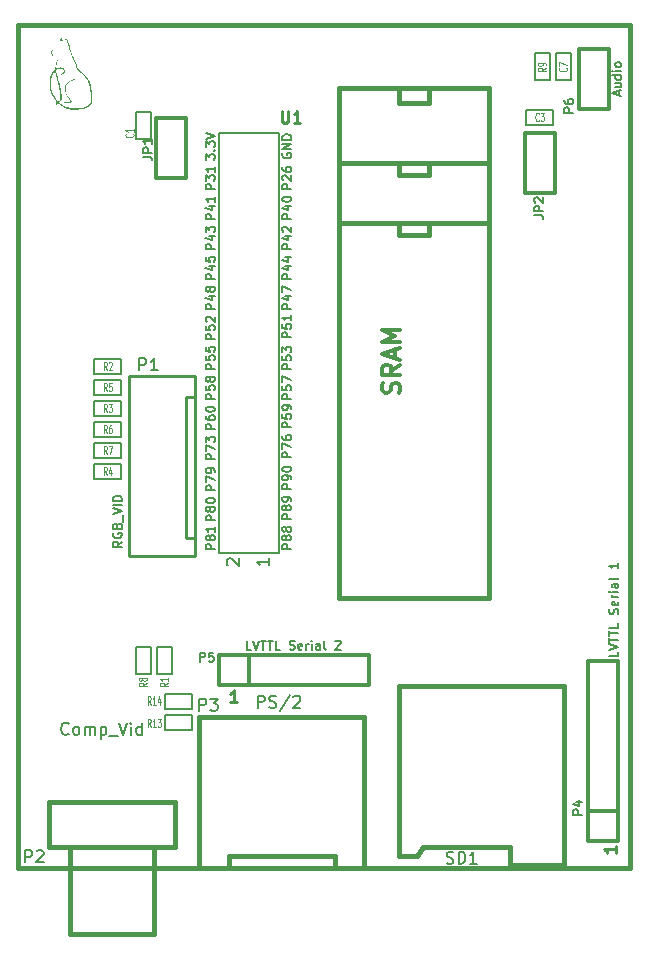
<source format=gto>
G04 (created by PCBNEW (2013-07-07 BZR 4022)-stable) date 11/10/2018 5:54:12 PM*
%MOIN*%
G04 Gerber Fmt 3.4, Leading zero omitted, Abs format*
%FSLAX34Y34*%
G01*
G70*
G90*
G04 APERTURE LIST*
%ADD10C,0.00590551*%
%ADD11C,0.01*%
%ADD12C,0.008*%
%ADD13C,0.0075*%
%ADD14C,0.015*%
%ADD15C,0.005*%
%ADD16C,0.012*%
%ADD17C,0.0001*%
%ADD18C,0.0045*%
G04 APERTURE END LIST*
G54D10*
G54D11*
X52414Y-45986D02*
X52185Y-45986D01*
X52300Y-45986D02*
X52300Y-45586D01*
X52261Y-45644D01*
X52223Y-45682D01*
X52185Y-45701D01*
X65036Y-50760D02*
X65036Y-50989D01*
X65036Y-50874D02*
X64636Y-50874D01*
X64694Y-50913D01*
X64732Y-50951D01*
X64751Y-50989D01*
G54D12*
X52100Y-41414D02*
X52080Y-41395D01*
X52061Y-41357D01*
X52061Y-41261D01*
X52080Y-41223D01*
X52100Y-41204D01*
X52138Y-41185D01*
X52176Y-41185D01*
X52233Y-41204D01*
X52461Y-41433D01*
X52461Y-41185D01*
X53461Y-41185D02*
X53461Y-41414D01*
X53461Y-41299D02*
X53061Y-41299D01*
X53119Y-41338D01*
X53157Y-41376D01*
X53176Y-41414D01*
G54D13*
X51671Y-28864D02*
X51371Y-28864D01*
X51371Y-28750D01*
X51385Y-28721D01*
X51400Y-28707D01*
X51428Y-28692D01*
X51471Y-28692D01*
X51500Y-28707D01*
X51514Y-28721D01*
X51528Y-28750D01*
X51528Y-28864D01*
X51371Y-28592D02*
X51371Y-28407D01*
X51485Y-28507D01*
X51485Y-28464D01*
X51500Y-28435D01*
X51514Y-28421D01*
X51542Y-28407D01*
X51614Y-28407D01*
X51642Y-28421D01*
X51657Y-28435D01*
X51671Y-28464D01*
X51671Y-28550D01*
X51657Y-28578D01*
X51642Y-28592D01*
X51671Y-28121D02*
X51671Y-28292D01*
X51671Y-28207D02*
X51371Y-28207D01*
X51414Y-28235D01*
X51442Y-28264D01*
X51457Y-28292D01*
X51671Y-30864D02*
X51371Y-30864D01*
X51371Y-30750D01*
X51385Y-30721D01*
X51400Y-30707D01*
X51428Y-30692D01*
X51471Y-30692D01*
X51500Y-30707D01*
X51514Y-30721D01*
X51528Y-30750D01*
X51528Y-30864D01*
X51471Y-30435D02*
X51671Y-30435D01*
X51357Y-30507D02*
X51571Y-30578D01*
X51571Y-30392D01*
X51371Y-30307D02*
X51371Y-30121D01*
X51485Y-30221D01*
X51485Y-30178D01*
X51500Y-30150D01*
X51514Y-30135D01*
X51542Y-30121D01*
X51614Y-30121D01*
X51642Y-30135D01*
X51657Y-30150D01*
X51671Y-30178D01*
X51671Y-30264D01*
X51657Y-30292D01*
X51642Y-30307D01*
X51671Y-31864D02*
X51371Y-31864D01*
X51371Y-31750D01*
X51385Y-31721D01*
X51400Y-31707D01*
X51428Y-31692D01*
X51471Y-31692D01*
X51500Y-31707D01*
X51514Y-31721D01*
X51528Y-31750D01*
X51528Y-31864D01*
X51471Y-31435D02*
X51671Y-31435D01*
X51357Y-31507D02*
X51571Y-31578D01*
X51571Y-31392D01*
X51371Y-31135D02*
X51371Y-31278D01*
X51514Y-31292D01*
X51500Y-31278D01*
X51485Y-31250D01*
X51485Y-31178D01*
X51500Y-31150D01*
X51514Y-31135D01*
X51542Y-31121D01*
X51614Y-31121D01*
X51642Y-31135D01*
X51657Y-31150D01*
X51671Y-31178D01*
X51671Y-31250D01*
X51657Y-31278D01*
X51642Y-31292D01*
X51671Y-32864D02*
X51371Y-32864D01*
X51371Y-32750D01*
X51385Y-32721D01*
X51400Y-32707D01*
X51428Y-32692D01*
X51471Y-32692D01*
X51500Y-32707D01*
X51514Y-32721D01*
X51528Y-32750D01*
X51528Y-32864D01*
X51471Y-32435D02*
X51671Y-32435D01*
X51357Y-32507D02*
X51571Y-32578D01*
X51571Y-32392D01*
X51500Y-32235D02*
X51485Y-32264D01*
X51471Y-32278D01*
X51442Y-32292D01*
X51428Y-32292D01*
X51400Y-32278D01*
X51385Y-32264D01*
X51371Y-32235D01*
X51371Y-32178D01*
X51385Y-32150D01*
X51400Y-32135D01*
X51428Y-32121D01*
X51442Y-32121D01*
X51471Y-32135D01*
X51485Y-32150D01*
X51500Y-32178D01*
X51500Y-32235D01*
X51514Y-32264D01*
X51528Y-32278D01*
X51557Y-32292D01*
X51614Y-32292D01*
X51642Y-32278D01*
X51657Y-32264D01*
X51671Y-32235D01*
X51671Y-32178D01*
X51657Y-32150D01*
X51642Y-32135D01*
X51614Y-32121D01*
X51557Y-32121D01*
X51528Y-32135D01*
X51514Y-32150D01*
X51500Y-32178D01*
X51671Y-33864D02*
X51371Y-33864D01*
X51371Y-33750D01*
X51385Y-33721D01*
X51400Y-33707D01*
X51428Y-33692D01*
X51471Y-33692D01*
X51500Y-33707D01*
X51514Y-33721D01*
X51528Y-33750D01*
X51528Y-33864D01*
X51371Y-33421D02*
X51371Y-33564D01*
X51514Y-33578D01*
X51500Y-33564D01*
X51485Y-33535D01*
X51485Y-33464D01*
X51500Y-33435D01*
X51514Y-33421D01*
X51542Y-33407D01*
X51614Y-33407D01*
X51642Y-33421D01*
X51657Y-33435D01*
X51671Y-33464D01*
X51671Y-33535D01*
X51657Y-33564D01*
X51642Y-33578D01*
X51400Y-33292D02*
X51385Y-33278D01*
X51371Y-33250D01*
X51371Y-33178D01*
X51385Y-33150D01*
X51400Y-33135D01*
X51428Y-33121D01*
X51457Y-33121D01*
X51500Y-33135D01*
X51671Y-33307D01*
X51671Y-33121D01*
X51671Y-34864D02*
X51371Y-34864D01*
X51371Y-34750D01*
X51385Y-34721D01*
X51400Y-34707D01*
X51428Y-34692D01*
X51471Y-34692D01*
X51500Y-34707D01*
X51514Y-34721D01*
X51528Y-34750D01*
X51528Y-34864D01*
X51371Y-34421D02*
X51371Y-34564D01*
X51514Y-34578D01*
X51500Y-34564D01*
X51485Y-34535D01*
X51485Y-34464D01*
X51500Y-34435D01*
X51514Y-34421D01*
X51542Y-34407D01*
X51614Y-34407D01*
X51642Y-34421D01*
X51657Y-34435D01*
X51671Y-34464D01*
X51671Y-34535D01*
X51657Y-34564D01*
X51642Y-34578D01*
X51371Y-34135D02*
X51371Y-34278D01*
X51514Y-34292D01*
X51500Y-34278D01*
X51485Y-34250D01*
X51485Y-34178D01*
X51500Y-34150D01*
X51514Y-34135D01*
X51542Y-34121D01*
X51614Y-34121D01*
X51642Y-34135D01*
X51657Y-34150D01*
X51671Y-34178D01*
X51671Y-34250D01*
X51657Y-34278D01*
X51642Y-34292D01*
X51671Y-35864D02*
X51371Y-35864D01*
X51371Y-35750D01*
X51385Y-35721D01*
X51400Y-35707D01*
X51428Y-35692D01*
X51471Y-35692D01*
X51500Y-35707D01*
X51514Y-35721D01*
X51528Y-35750D01*
X51528Y-35864D01*
X51371Y-35421D02*
X51371Y-35564D01*
X51514Y-35578D01*
X51500Y-35564D01*
X51485Y-35535D01*
X51485Y-35464D01*
X51500Y-35435D01*
X51514Y-35421D01*
X51542Y-35407D01*
X51614Y-35407D01*
X51642Y-35421D01*
X51657Y-35435D01*
X51671Y-35464D01*
X51671Y-35535D01*
X51657Y-35564D01*
X51642Y-35578D01*
X51500Y-35235D02*
X51485Y-35264D01*
X51471Y-35278D01*
X51442Y-35292D01*
X51428Y-35292D01*
X51400Y-35278D01*
X51385Y-35264D01*
X51371Y-35235D01*
X51371Y-35178D01*
X51385Y-35150D01*
X51400Y-35135D01*
X51428Y-35121D01*
X51442Y-35121D01*
X51471Y-35135D01*
X51485Y-35150D01*
X51500Y-35178D01*
X51500Y-35235D01*
X51514Y-35264D01*
X51528Y-35278D01*
X51557Y-35292D01*
X51614Y-35292D01*
X51642Y-35278D01*
X51657Y-35264D01*
X51671Y-35235D01*
X51671Y-35178D01*
X51657Y-35150D01*
X51642Y-35135D01*
X51614Y-35121D01*
X51557Y-35121D01*
X51528Y-35135D01*
X51514Y-35150D01*
X51500Y-35178D01*
X51671Y-36864D02*
X51371Y-36864D01*
X51371Y-36750D01*
X51385Y-36721D01*
X51400Y-36707D01*
X51428Y-36692D01*
X51471Y-36692D01*
X51500Y-36707D01*
X51514Y-36721D01*
X51528Y-36750D01*
X51528Y-36864D01*
X51371Y-36435D02*
X51371Y-36492D01*
X51385Y-36521D01*
X51400Y-36535D01*
X51442Y-36564D01*
X51500Y-36578D01*
X51614Y-36578D01*
X51642Y-36564D01*
X51657Y-36550D01*
X51671Y-36521D01*
X51671Y-36464D01*
X51657Y-36435D01*
X51642Y-36421D01*
X51614Y-36407D01*
X51542Y-36407D01*
X51514Y-36421D01*
X51500Y-36435D01*
X51485Y-36464D01*
X51485Y-36521D01*
X51500Y-36550D01*
X51514Y-36564D01*
X51542Y-36578D01*
X51371Y-36221D02*
X51371Y-36192D01*
X51385Y-36164D01*
X51400Y-36150D01*
X51428Y-36135D01*
X51485Y-36121D01*
X51557Y-36121D01*
X51614Y-36135D01*
X51642Y-36150D01*
X51657Y-36164D01*
X51671Y-36192D01*
X51671Y-36221D01*
X51657Y-36250D01*
X51642Y-36264D01*
X51614Y-36278D01*
X51557Y-36292D01*
X51485Y-36292D01*
X51428Y-36278D01*
X51400Y-36264D01*
X51385Y-36250D01*
X51371Y-36221D01*
X51671Y-37864D02*
X51371Y-37864D01*
X51371Y-37750D01*
X51385Y-37721D01*
X51400Y-37707D01*
X51428Y-37692D01*
X51471Y-37692D01*
X51500Y-37707D01*
X51514Y-37721D01*
X51528Y-37750D01*
X51528Y-37864D01*
X51371Y-37592D02*
X51371Y-37392D01*
X51671Y-37521D01*
X51371Y-37307D02*
X51371Y-37121D01*
X51485Y-37221D01*
X51485Y-37178D01*
X51500Y-37150D01*
X51514Y-37135D01*
X51542Y-37121D01*
X51614Y-37121D01*
X51642Y-37135D01*
X51657Y-37150D01*
X51671Y-37178D01*
X51671Y-37264D01*
X51657Y-37292D01*
X51642Y-37307D01*
X51671Y-38914D02*
X51371Y-38914D01*
X51371Y-38800D01*
X51385Y-38771D01*
X51400Y-38757D01*
X51428Y-38742D01*
X51471Y-38742D01*
X51500Y-38757D01*
X51514Y-38771D01*
X51528Y-38800D01*
X51528Y-38914D01*
X51371Y-38642D02*
X51371Y-38442D01*
X51671Y-38571D01*
X51671Y-38314D02*
X51671Y-38257D01*
X51657Y-38228D01*
X51642Y-38214D01*
X51600Y-38185D01*
X51542Y-38171D01*
X51428Y-38171D01*
X51400Y-38185D01*
X51385Y-38200D01*
X51371Y-38228D01*
X51371Y-38285D01*
X51385Y-38314D01*
X51400Y-38328D01*
X51428Y-38342D01*
X51500Y-38342D01*
X51528Y-38328D01*
X51542Y-38314D01*
X51557Y-38285D01*
X51557Y-38228D01*
X51542Y-38200D01*
X51528Y-38185D01*
X51500Y-38171D01*
X51671Y-39914D02*
X51371Y-39914D01*
X51371Y-39800D01*
X51385Y-39771D01*
X51400Y-39757D01*
X51428Y-39742D01*
X51471Y-39742D01*
X51500Y-39757D01*
X51514Y-39771D01*
X51528Y-39800D01*
X51528Y-39914D01*
X51500Y-39571D02*
X51485Y-39600D01*
X51471Y-39614D01*
X51442Y-39628D01*
X51428Y-39628D01*
X51400Y-39614D01*
X51385Y-39600D01*
X51371Y-39571D01*
X51371Y-39514D01*
X51385Y-39485D01*
X51400Y-39471D01*
X51428Y-39457D01*
X51442Y-39457D01*
X51471Y-39471D01*
X51485Y-39485D01*
X51500Y-39514D01*
X51500Y-39571D01*
X51514Y-39600D01*
X51528Y-39614D01*
X51557Y-39628D01*
X51614Y-39628D01*
X51642Y-39614D01*
X51657Y-39600D01*
X51671Y-39571D01*
X51671Y-39514D01*
X51657Y-39485D01*
X51642Y-39471D01*
X51614Y-39457D01*
X51557Y-39457D01*
X51528Y-39471D01*
X51514Y-39485D01*
X51500Y-39514D01*
X51371Y-39271D02*
X51371Y-39242D01*
X51385Y-39214D01*
X51400Y-39200D01*
X51428Y-39185D01*
X51485Y-39171D01*
X51557Y-39171D01*
X51614Y-39185D01*
X51642Y-39200D01*
X51657Y-39214D01*
X51671Y-39242D01*
X51671Y-39271D01*
X51657Y-39300D01*
X51642Y-39314D01*
X51614Y-39328D01*
X51557Y-39342D01*
X51485Y-39342D01*
X51428Y-39328D01*
X51400Y-39314D01*
X51385Y-39300D01*
X51371Y-39271D01*
X51671Y-40864D02*
X51371Y-40864D01*
X51371Y-40750D01*
X51385Y-40721D01*
X51400Y-40707D01*
X51428Y-40692D01*
X51471Y-40692D01*
X51500Y-40707D01*
X51514Y-40721D01*
X51528Y-40750D01*
X51528Y-40864D01*
X51500Y-40521D02*
X51485Y-40550D01*
X51471Y-40564D01*
X51442Y-40578D01*
X51428Y-40578D01*
X51400Y-40564D01*
X51385Y-40550D01*
X51371Y-40521D01*
X51371Y-40464D01*
X51385Y-40435D01*
X51400Y-40421D01*
X51428Y-40407D01*
X51442Y-40407D01*
X51471Y-40421D01*
X51485Y-40435D01*
X51500Y-40464D01*
X51500Y-40521D01*
X51514Y-40550D01*
X51528Y-40564D01*
X51557Y-40578D01*
X51614Y-40578D01*
X51642Y-40564D01*
X51657Y-40550D01*
X51671Y-40521D01*
X51671Y-40464D01*
X51657Y-40435D01*
X51642Y-40421D01*
X51614Y-40407D01*
X51557Y-40407D01*
X51528Y-40421D01*
X51514Y-40435D01*
X51500Y-40464D01*
X51671Y-40121D02*
X51671Y-40292D01*
X51671Y-40207D02*
X51371Y-40207D01*
X51414Y-40235D01*
X51442Y-40264D01*
X51457Y-40292D01*
X54221Y-40864D02*
X53921Y-40864D01*
X53921Y-40750D01*
X53935Y-40721D01*
X53950Y-40707D01*
X53978Y-40692D01*
X54021Y-40692D01*
X54050Y-40707D01*
X54064Y-40721D01*
X54078Y-40750D01*
X54078Y-40864D01*
X54050Y-40521D02*
X54035Y-40550D01*
X54021Y-40564D01*
X53992Y-40578D01*
X53978Y-40578D01*
X53950Y-40564D01*
X53935Y-40550D01*
X53921Y-40521D01*
X53921Y-40464D01*
X53935Y-40435D01*
X53950Y-40421D01*
X53978Y-40407D01*
X53992Y-40407D01*
X54021Y-40421D01*
X54035Y-40435D01*
X54050Y-40464D01*
X54050Y-40521D01*
X54064Y-40550D01*
X54078Y-40564D01*
X54107Y-40578D01*
X54164Y-40578D01*
X54192Y-40564D01*
X54207Y-40550D01*
X54221Y-40521D01*
X54221Y-40464D01*
X54207Y-40435D01*
X54192Y-40421D01*
X54164Y-40407D01*
X54107Y-40407D01*
X54078Y-40421D01*
X54064Y-40435D01*
X54050Y-40464D01*
X54050Y-40235D02*
X54035Y-40264D01*
X54021Y-40278D01*
X53992Y-40292D01*
X53978Y-40292D01*
X53950Y-40278D01*
X53935Y-40264D01*
X53921Y-40235D01*
X53921Y-40178D01*
X53935Y-40150D01*
X53950Y-40135D01*
X53978Y-40121D01*
X53992Y-40121D01*
X54021Y-40135D01*
X54035Y-40150D01*
X54050Y-40178D01*
X54050Y-40235D01*
X54064Y-40264D01*
X54078Y-40278D01*
X54107Y-40292D01*
X54164Y-40292D01*
X54192Y-40278D01*
X54207Y-40264D01*
X54221Y-40235D01*
X54221Y-40178D01*
X54207Y-40150D01*
X54192Y-40135D01*
X54164Y-40121D01*
X54107Y-40121D01*
X54078Y-40135D01*
X54064Y-40150D01*
X54050Y-40178D01*
X54221Y-39864D02*
X53921Y-39864D01*
X53921Y-39750D01*
X53935Y-39721D01*
X53950Y-39707D01*
X53978Y-39692D01*
X54021Y-39692D01*
X54050Y-39707D01*
X54064Y-39721D01*
X54078Y-39750D01*
X54078Y-39864D01*
X54050Y-39521D02*
X54035Y-39550D01*
X54021Y-39564D01*
X53992Y-39578D01*
X53978Y-39578D01*
X53950Y-39564D01*
X53935Y-39550D01*
X53921Y-39521D01*
X53921Y-39464D01*
X53935Y-39435D01*
X53950Y-39421D01*
X53978Y-39407D01*
X53992Y-39407D01*
X54021Y-39421D01*
X54035Y-39435D01*
X54050Y-39464D01*
X54050Y-39521D01*
X54064Y-39550D01*
X54078Y-39564D01*
X54107Y-39578D01*
X54164Y-39578D01*
X54192Y-39564D01*
X54207Y-39550D01*
X54221Y-39521D01*
X54221Y-39464D01*
X54207Y-39435D01*
X54192Y-39421D01*
X54164Y-39407D01*
X54107Y-39407D01*
X54078Y-39421D01*
X54064Y-39435D01*
X54050Y-39464D01*
X54221Y-39264D02*
X54221Y-39207D01*
X54207Y-39178D01*
X54192Y-39164D01*
X54150Y-39135D01*
X54092Y-39121D01*
X53978Y-39121D01*
X53950Y-39135D01*
X53935Y-39150D01*
X53921Y-39178D01*
X53921Y-39235D01*
X53935Y-39264D01*
X53950Y-39278D01*
X53978Y-39292D01*
X54050Y-39292D01*
X54078Y-39278D01*
X54092Y-39264D01*
X54107Y-39235D01*
X54107Y-39178D01*
X54092Y-39150D01*
X54078Y-39135D01*
X54050Y-39121D01*
X54221Y-38864D02*
X53921Y-38864D01*
X53921Y-38750D01*
X53935Y-38721D01*
X53950Y-38707D01*
X53978Y-38692D01*
X54021Y-38692D01*
X54050Y-38707D01*
X54064Y-38721D01*
X54078Y-38750D01*
X54078Y-38864D01*
X54221Y-38550D02*
X54221Y-38492D01*
X54207Y-38464D01*
X54192Y-38450D01*
X54150Y-38421D01*
X54092Y-38407D01*
X53978Y-38407D01*
X53950Y-38421D01*
X53935Y-38435D01*
X53921Y-38464D01*
X53921Y-38521D01*
X53935Y-38550D01*
X53950Y-38564D01*
X53978Y-38578D01*
X54050Y-38578D01*
X54078Y-38564D01*
X54092Y-38550D01*
X54107Y-38521D01*
X54107Y-38464D01*
X54092Y-38435D01*
X54078Y-38421D01*
X54050Y-38407D01*
X53921Y-38221D02*
X53921Y-38192D01*
X53935Y-38164D01*
X53950Y-38150D01*
X53978Y-38135D01*
X54035Y-38121D01*
X54107Y-38121D01*
X54164Y-38135D01*
X54192Y-38150D01*
X54207Y-38164D01*
X54221Y-38192D01*
X54221Y-38221D01*
X54207Y-38250D01*
X54192Y-38264D01*
X54164Y-38278D01*
X54107Y-38292D01*
X54035Y-38292D01*
X53978Y-38278D01*
X53950Y-38264D01*
X53935Y-38250D01*
X53921Y-38221D01*
X54221Y-37814D02*
X53921Y-37814D01*
X53921Y-37700D01*
X53935Y-37671D01*
X53950Y-37657D01*
X53978Y-37642D01*
X54021Y-37642D01*
X54050Y-37657D01*
X54064Y-37671D01*
X54078Y-37700D01*
X54078Y-37814D01*
X53921Y-37542D02*
X53921Y-37342D01*
X54221Y-37471D01*
X53921Y-37100D02*
X53921Y-37157D01*
X53935Y-37185D01*
X53950Y-37200D01*
X53992Y-37228D01*
X54050Y-37242D01*
X54164Y-37242D01*
X54192Y-37228D01*
X54207Y-37214D01*
X54221Y-37185D01*
X54221Y-37128D01*
X54207Y-37100D01*
X54192Y-37085D01*
X54164Y-37071D01*
X54092Y-37071D01*
X54064Y-37085D01*
X54050Y-37100D01*
X54035Y-37128D01*
X54035Y-37185D01*
X54050Y-37214D01*
X54064Y-37228D01*
X54092Y-37242D01*
X54221Y-36814D02*
X53921Y-36814D01*
X53921Y-36700D01*
X53935Y-36671D01*
X53950Y-36657D01*
X53978Y-36642D01*
X54021Y-36642D01*
X54050Y-36657D01*
X54064Y-36671D01*
X54078Y-36700D01*
X54078Y-36814D01*
X53921Y-36371D02*
X53921Y-36514D01*
X54064Y-36528D01*
X54050Y-36514D01*
X54035Y-36485D01*
X54035Y-36414D01*
X54050Y-36385D01*
X54064Y-36371D01*
X54092Y-36357D01*
X54164Y-36357D01*
X54192Y-36371D01*
X54207Y-36385D01*
X54221Y-36414D01*
X54221Y-36485D01*
X54207Y-36514D01*
X54192Y-36528D01*
X54221Y-36214D02*
X54221Y-36157D01*
X54207Y-36128D01*
X54192Y-36114D01*
X54150Y-36085D01*
X54092Y-36071D01*
X53978Y-36071D01*
X53950Y-36085D01*
X53935Y-36100D01*
X53921Y-36128D01*
X53921Y-36185D01*
X53935Y-36214D01*
X53950Y-36228D01*
X53978Y-36242D01*
X54050Y-36242D01*
X54078Y-36228D01*
X54092Y-36214D01*
X54107Y-36185D01*
X54107Y-36128D01*
X54092Y-36100D01*
X54078Y-36085D01*
X54050Y-36071D01*
X54221Y-35864D02*
X53921Y-35864D01*
X53921Y-35750D01*
X53935Y-35721D01*
X53950Y-35707D01*
X53978Y-35692D01*
X54021Y-35692D01*
X54050Y-35707D01*
X54064Y-35721D01*
X54078Y-35750D01*
X54078Y-35864D01*
X53921Y-35421D02*
X53921Y-35564D01*
X54064Y-35578D01*
X54050Y-35564D01*
X54035Y-35535D01*
X54035Y-35464D01*
X54050Y-35435D01*
X54064Y-35421D01*
X54092Y-35407D01*
X54164Y-35407D01*
X54192Y-35421D01*
X54207Y-35435D01*
X54221Y-35464D01*
X54221Y-35535D01*
X54207Y-35564D01*
X54192Y-35578D01*
X53921Y-35307D02*
X53921Y-35107D01*
X54221Y-35235D01*
X54221Y-34864D02*
X53921Y-34864D01*
X53921Y-34750D01*
X53935Y-34721D01*
X53950Y-34707D01*
X53978Y-34692D01*
X54021Y-34692D01*
X54050Y-34707D01*
X54064Y-34721D01*
X54078Y-34750D01*
X54078Y-34864D01*
X53921Y-34421D02*
X53921Y-34564D01*
X54064Y-34578D01*
X54050Y-34564D01*
X54035Y-34535D01*
X54035Y-34464D01*
X54050Y-34435D01*
X54064Y-34421D01*
X54092Y-34407D01*
X54164Y-34407D01*
X54192Y-34421D01*
X54207Y-34435D01*
X54221Y-34464D01*
X54221Y-34535D01*
X54207Y-34564D01*
X54192Y-34578D01*
X53921Y-34307D02*
X53921Y-34121D01*
X54035Y-34221D01*
X54035Y-34178D01*
X54050Y-34150D01*
X54064Y-34135D01*
X54092Y-34121D01*
X54164Y-34121D01*
X54192Y-34135D01*
X54207Y-34150D01*
X54221Y-34178D01*
X54221Y-34264D01*
X54207Y-34292D01*
X54192Y-34307D01*
X54221Y-33814D02*
X53921Y-33814D01*
X53921Y-33700D01*
X53935Y-33671D01*
X53950Y-33657D01*
X53978Y-33642D01*
X54021Y-33642D01*
X54050Y-33657D01*
X54064Y-33671D01*
X54078Y-33700D01*
X54078Y-33814D01*
X53921Y-33371D02*
X53921Y-33514D01*
X54064Y-33528D01*
X54050Y-33514D01*
X54035Y-33485D01*
X54035Y-33414D01*
X54050Y-33385D01*
X54064Y-33371D01*
X54092Y-33357D01*
X54164Y-33357D01*
X54192Y-33371D01*
X54207Y-33385D01*
X54221Y-33414D01*
X54221Y-33485D01*
X54207Y-33514D01*
X54192Y-33528D01*
X54221Y-33071D02*
X54221Y-33242D01*
X54221Y-33157D02*
X53921Y-33157D01*
X53964Y-33185D01*
X53992Y-33214D01*
X54007Y-33242D01*
X54221Y-32864D02*
X53921Y-32864D01*
X53921Y-32750D01*
X53935Y-32721D01*
X53950Y-32707D01*
X53978Y-32692D01*
X54021Y-32692D01*
X54050Y-32707D01*
X54064Y-32721D01*
X54078Y-32750D01*
X54078Y-32864D01*
X54021Y-32435D02*
X54221Y-32435D01*
X53907Y-32507D02*
X54121Y-32578D01*
X54121Y-32392D01*
X53921Y-32307D02*
X53921Y-32107D01*
X54221Y-32235D01*
X54221Y-31864D02*
X53921Y-31864D01*
X53921Y-31750D01*
X53935Y-31721D01*
X53950Y-31707D01*
X53978Y-31692D01*
X54021Y-31692D01*
X54050Y-31707D01*
X54064Y-31721D01*
X54078Y-31750D01*
X54078Y-31864D01*
X54021Y-31435D02*
X54221Y-31435D01*
X53907Y-31507D02*
X54121Y-31578D01*
X54121Y-31392D01*
X54021Y-31150D02*
X54221Y-31150D01*
X53907Y-31221D02*
X54121Y-31292D01*
X54121Y-31107D01*
X54221Y-30864D02*
X53921Y-30864D01*
X53921Y-30750D01*
X53935Y-30721D01*
X53950Y-30707D01*
X53978Y-30692D01*
X54021Y-30692D01*
X54050Y-30707D01*
X54064Y-30721D01*
X54078Y-30750D01*
X54078Y-30864D01*
X54021Y-30435D02*
X54221Y-30435D01*
X53907Y-30507D02*
X54121Y-30578D01*
X54121Y-30392D01*
X53950Y-30292D02*
X53935Y-30278D01*
X53921Y-30250D01*
X53921Y-30178D01*
X53935Y-30150D01*
X53950Y-30135D01*
X53978Y-30121D01*
X54007Y-30121D01*
X54050Y-30135D01*
X54221Y-30307D01*
X54221Y-30121D01*
X51371Y-27892D02*
X51371Y-27707D01*
X51485Y-27807D01*
X51485Y-27764D01*
X51500Y-27735D01*
X51514Y-27721D01*
X51542Y-27707D01*
X51614Y-27707D01*
X51642Y-27721D01*
X51657Y-27735D01*
X51671Y-27764D01*
X51671Y-27850D01*
X51657Y-27878D01*
X51642Y-27892D01*
X51642Y-27578D02*
X51657Y-27564D01*
X51671Y-27578D01*
X51657Y-27592D01*
X51642Y-27578D01*
X51671Y-27578D01*
X51371Y-27464D02*
X51371Y-27278D01*
X51485Y-27378D01*
X51485Y-27335D01*
X51500Y-27307D01*
X51514Y-27292D01*
X51542Y-27278D01*
X51614Y-27278D01*
X51642Y-27292D01*
X51657Y-27307D01*
X51671Y-27335D01*
X51671Y-27421D01*
X51657Y-27450D01*
X51642Y-27464D01*
X51371Y-27192D02*
X51671Y-27092D01*
X51371Y-26992D01*
X53935Y-27678D02*
X53921Y-27707D01*
X53921Y-27750D01*
X53935Y-27792D01*
X53964Y-27821D01*
X53992Y-27835D01*
X54050Y-27850D01*
X54092Y-27850D01*
X54150Y-27835D01*
X54178Y-27821D01*
X54207Y-27792D01*
X54221Y-27750D01*
X54221Y-27721D01*
X54207Y-27678D01*
X54192Y-27664D01*
X54092Y-27664D01*
X54092Y-27721D01*
X54221Y-27535D02*
X53921Y-27535D01*
X54221Y-27364D01*
X53921Y-27364D01*
X54221Y-27221D02*
X53921Y-27221D01*
X53921Y-27150D01*
X53935Y-27107D01*
X53964Y-27078D01*
X53992Y-27064D01*
X54050Y-27050D01*
X54092Y-27050D01*
X54150Y-27064D01*
X54178Y-27078D01*
X54207Y-27107D01*
X54221Y-27150D01*
X54221Y-27221D01*
X54221Y-28864D02*
X53921Y-28864D01*
X53921Y-28750D01*
X53935Y-28721D01*
X53950Y-28707D01*
X53978Y-28692D01*
X54021Y-28692D01*
X54050Y-28707D01*
X54064Y-28721D01*
X54078Y-28750D01*
X54078Y-28864D01*
X53950Y-28578D02*
X53935Y-28564D01*
X53921Y-28535D01*
X53921Y-28464D01*
X53935Y-28435D01*
X53950Y-28421D01*
X53978Y-28407D01*
X54007Y-28407D01*
X54050Y-28421D01*
X54221Y-28592D01*
X54221Y-28407D01*
X53921Y-28150D02*
X53921Y-28207D01*
X53935Y-28235D01*
X53950Y-28250D01*
X53992Y-28278D01*
X54050Y-28292D01*
X54164Y-28292D01*
X54192Y-28278D01*
X54207Y-28264D01*
X54221Y-28235D01*
X54221Y-28178D01*
X54207Y-28150D01*
X54192Y-28135D01*
X54164Y-28121D01*
X54092Y-28121D01*
X54064Y-28135D01*
X54050Y-28150D01*
X54035Y-28178D01*
X54035Y-28235D01*
X54050Y-28264D01*
X54064Y-28278D01*
X54092Y-28292D01*
X54221Y-29864D02*
X53921Y-29864D01*
X53921Y-29750D01*
X53935Y-29721D01*
X53950Y-29707D01*
X53978Y-29692D01*
X54021Y-29692D01*
X54050Y-29707D01*
X54064Y-29721D01*
X54078Y-29750D01*
X54078Y-29864D01*
X54021Y-29435D02*
X54221Y-29435D01*
X53907Y-29507D02*
X54121Y-29578D01*
X54121Y-29392D01*
X53921Y-29221D02*
X53921Y-29192D01*
X53935Y-29164D01*
X53950Y-29150D01*
X53978Y-29135D01*
X54035Y-29121D01*
X54107Y-29121D01*
X54164Y-29135D01*
X54192Y-29150D01*
X54207Y-29164D01*
X54221Y-29192D01*
X54221Y-29221D01*
X54207Y-29250D01*
X54192Y-29264D01*
X54164Y-29278D01*
X54107Y-29292D01*
X54035Y-29292D01*
X53978Y-29278D01*
X53950Y-29264D01*
X53935Y-29250D01*
X53921Y-29221D01*
X51671Y-29864D02*
X51371Y-29864D01*
X51371Y-29750D01*
X51385Y-29721D01*
X51400Y-29707D01*
X51428Y-29692D01*
X51471Y-29692D01*
X51500Y-29707D01*
X51514Y-29721D01*
X51528Y-29750D01*
X51528Y-29864D01*
X51471Y-29435D02*
X51671Y-29435D01*
X51357Y-29507D02*
X51571Y-29578D01*
X51571Y-29392D01*
X51671Y-29121D02*
X51671Y-29292D01*
X51671Y-29207D02*
X51371Y-29207D01*
X51414Y-29235D01*
X51442Y-29264D01*
X51457Y-29292D01*
G54D14*
X58800Y-28400D02*
X58800Y-28000D01*
X57800Y-28400D02*
X58800Y-28400D01*
X57800Y-28300D02*
X57800Y-28400D01*
X57800Y-28000D02*
X57800Y-28300D01*
X60800Y-28000D02*
X55800Y-28000D01*
X58800Y-30400D02*
X58800Y-30000D01*
X57800Y-30400D02*
X58800Y-30400D01*
X57800Y-30000D02*
X57800Y-30400D01*
X60800Y-30000D02*
X55800Y-30000D01*
X45100Y-51500D02*
X45100Y-23400D01*
X65500Y-51500D02*
X45100Y-51500D01*
X65500Y-23400D02*
X65500Y-51500D01*
X45100Y-23400D02*
X65500Y-23400D01*
X49650Y-50800D02*
X49650Y-53700D01*
X46850Y-50800D02*
X46850Y-53700D01*
X50350Y-50800D02*
X46150Y-50800D01*
X50340Y-50800D02*
X50340Y-49300D01*
X46160Y-50800D02*
X46160Y-49300D01*
X50340Y-49300D02*
X46160Y-49300D01*
X49650Y-53700D02*
X46850Y-53700D01*
X57801Y-51100D02*
X57801Y-45450D01*
X57801Y-45450D02*
X63313Y-45450D01*
X63313Y-45450D02*
X63313Y-51400D01*
X61500Y-50800D02*
X58600Y-50800D01*
X58600Y-50800D02*
X58400Y-51100D01*
X58400Y-51100D02*
X57801Y-51100D01*
X61500Y-50800D02*
X61500Y-51400D01*
X63313Y-51400D02*
X61498Y-51400D01*
G54D11*
X50700Y-40500D02*
X50700Y-35800D01*
X51000Y-41100D02*
X51000Y-35100D01*
X48800Y-41100D02*
X48800Y-35100D01*
X51000Y-40500D02*
X50700Y-40500D01*
X50700Y-35800D02*
X51000Y-35800D01*
X48800Y-41100D02*
X51000Y-41100D01*
X48800Y-35100D02*
X51000Y-35100D01*
G54D15*
X50250Y-44150D02*
X50250Y-45050D01*
X50250Y-45050D02*
X49750Y-45050D01*
X49750Y-45050D02*
X49750Y-44150D01*
X49750Y-44150D02*
X50250Y-44150D01*
X49550Y-44150D02*
X49550Y-45050D01*
X49550Y-45050D02*
X49050Y-45050D01*
X49050Y-45050D02*
X49050Y-44150D01*
X49050Y-44150D02*
X49550Y-44150D01*
X47650Y-37350D02*
X48550Y-37350D01*
X48550Y-37350D02*
X48550Y-37850D01*
X48550Y-37850D02*
X47650Y-37850D01*
X47650Y-37850D02*
X47650Y-37350D01*
X47650Y-34550D02*
X48550Y-34550D01*
X48550Y-34550D02*
X48550Y-35050D01*
X48550Y-35050D02*
X47650Y-35050D01*
X47650Y-35050D02*
X47650Y-34550D01*
X47650Y-35250D02*
X48550Y-35250D01*
X48550Y-35250D02*
X48550Y-35750D01*
X48550Y-35750D02*
X47650Y-35750D01*
X47650Y-35750D02*
X47650Y-35250D01*
X47650Y-35950D02*
X48550Y-35950D01*
X48550Y-35950D02*
X48550Y-36450D01*
X48550Y-36450D02*
X47650Y-36450D01*
X47650Y-36450D02*
X47650Y-35950D01*
X47650Y-36650D02*
X48550Y-36650D01*
X48550Y-36650D02*
X48550Y-37150D01*
X48550Y-37150D02*
X47650Y-37150D01*
X47650Y-37150D02*
X47650Y-36650D01*
X47650Y-38050D02*
X48550Y-38050D01*
X48550Y-38050D02*
X48550Y-38550D01*
X48550Y-38550D02*
X47650Y-38550D01*
X47650Y-38550D02*
X47650Y-38050D01*
G54D16*
X65100Y-50600D02*
X64100Y-50600D01*
X64100Y-50600D02*
X64100Y-44600D01*
X64100Y-44600D02*
X65100Y-44600D01*
X65100Y-44600D02*
X65100Y-50600D01*
X65100Y-49600D02*
X64100Y-49600D01*
G54D14*
X60800Y-25500D02*
X60800Y-42500D01*
X60800Y-42500D02*
X55800Y-42500D01*
X55800Y-42500D02*
X55800Y-25500D01*
X55800Y-25500D02*
X60800Y-25500D01*
X57800Y-25500D02*
X57800Y-26000D01*
X57800Y-26000D02*
X58800Y-26000D01*
X58800Y-26000D02*
X58800Y-25500D01*
G54D15*
X62050Y-26250D02*
X62950Y-26250D01*
X62950Y-26250D02*
X62950Y-26750D01*
X62950Y-26750D02*
X62050Y-26750D01*
X62050Y-26750D02*
X62050Y-26250D01*
G54D14*
X55671Y-51500D02*
X55671Y-51106D01*
X55671Y-51106D02*
X52128Y-51106D01*
X52128Y-51106D02*
X52128Y-51500D01*
X56655Y-46460D02*
X51144Y-46460D01*
X56655Y-51500D02*
X56655Y-46460D01*
X51144Y-51500D02*
X51144Y-46460D01*
X56655Y-51500D02*
X51144Y-51500D01*
G54D15*
X63550Y-24350D02*
X63550Y-25250D01*
X63550Y-25250D02*
X63050Y-25250D01*
X63050Y-25250D02*
X63050Y-24350D01*
X63050Y-24350D02*
X63550Y-24350D01*
X62350Y-25250D02*
X62350Y-24350D01*
X62350Y-24350D02*
X62850Y-24350D01*
X62850Y-24350D02*
X62850Y-25250D01*
X62850Y-25250D02*
X62350Y-25250D01*
G54D16*
X64800Y-26200D02*
X63800Y-26200D01*
X63800Y-26200D02*
X63800Y-24200D01*
X63800Y-24200D02*
X64800Y-24200D01*
X64800Y-24200D02*
X64800Y-26200D01*
X49700Y-26500D02*
X50700Y-26500D01*
X50700Y-26500D02*
X50700Y-28500D01*
X50700Y-28500D02*
X49700Y-28500D01*
X49700Y-28500D02*
X49700Y-26500D01*
X62000Y-27000D02*
X63000Y-27000D01*
X63000Y-27000D02*
X63000Y-29000D01*
X63000Y-29000D02*
X62000Y-29000D01*
X62000Y-29000D02*
X62000Y-27000D01*
X51800Y-45400D02*
X51800Y-44400D01*
X51800Y-44400D02*
X56800Y-44400D01*
X56800Y-44400D02*
X56800Y-45400D01*
X56800Y-45400D02*
X51800Y-45400D01*
X52800Y-45400D02*
X52800Y-44400D01*
G54D15*
X49050Y-27200D02*
X49050Y-26300D01*
X49050Y-26300D02*
X49550Y-26300D01*
X49550Y-26300D02*
X49550Y-27200D01*
X49550Y-27200D02*
X49050Y-27200D01*
G54D12*
X53800Y-41000D02*
X53800Y-27000D01*
X51800Y-27000D02*
X51800Y-41000D01*
X51800Y-41000D02*
X53800Y-41000D01*
X53800Y-27000D02*
X51800Y-27000D01*
G54D15*
X50900Y-46900D02*
X50000Y-46900D01*
X50000Y-46900D02*
X50000Y-46400D01*
X50000Y-46400D02*
X50900Y-46400D01*
X50900Y-46400D02*
X50900Y-46900D01*
X50900Y-46200D02*
X50000Y-46200D01*
X50000Y-46200D02*
X50000Y-45700D01*
X50000Y-45700D02*
X50900Y-45700D01*
X50900Y-45700D02*
X50900Y-46200D01*
G54D17*
G36*
X47579Y-25867D02*
X47578Y-25917D01*
X47576Y-25954D01*
X47573Y-25980D01*
X47568Y-26000D01*
X47561Y-26017D01*
X47556Y-26027D01*
X47515Y-26083D01*
X47460Y-26130D01*
X47387Y-26168D01*
X47296Y-26197D01*
X47248Y-26209D01*
X47188Y-26219D01*
X47117Y-26226D01*
X47043Y-26230D01*
X46974Y-26230D01*
X46915Y-26227D01*
X46897Y-26225D01*
X46788Y-26199D01*
X46682Y-26161D01*
X46583Y-26110D01*
X46497Y-26052D01*
X46486Y-26042D01*
X46458Y-26021D01*
X46439Y-26013D01*
X46425Y-26017D01*
X46412Y-26037D01*
X46411Y-26056D01*
X46407Y-26079D01*
X46393Y-26085D01*
X46374Y-26072D01*
X46370Y-26068D01*
X46363Y-26049D01*
X46370Y-26024D01*
X46392Y-25988D01*
X46393Y-25986D01*
X46398Y-25973D01*
X46393Y-25956D01*
X46374Y-25931D01*
X46369Y-25925D01*
X46311Y-25845D01*
X46259Y-25749D01*
X46218Y-25644D01*
X46217Y-25644D01*
X46204Y-25600D01*
X46194Y-25563D01*
X46188Y-25526D01*
X46184Y-25483D01*
X46181Y-25428D01*
X46179Y-25380D01*
X46180Y-25264D01*
X46189Y-25164D01*
X46208Y-25079D01*
X46238Y-25006D01*
X46280Y-24943D01*
X46311Y-24907D01*
X46338Y-24877D01*
X46353Y-24854D01*
X46358Y-24829D01*
X46359Y-24812D01*
X46362Y-24783D01*
X46368Y-24744D01*
X46378Y-24699D01*
X46390Y-24654D01*
X46402Y-24612D01*
X46414Y-24578D01*
X46424Y-24556D01*
X46431Y-24550D01*
X46431Y-24551D01*
X46430Y-24562D01*
X46425Y-24589D01*
X46417Y-24627D01*
X46414Y-24640D01*
X46403Y-24690D01*
X46394Y-24743D01*
X46388Y-24786D01*
X46387Y-24787D01*
X46385Y-24822D01*
X46386Y-24840D01*
X46392Y-24845D01*
X46400Y-24843D01*
X46466Y-24824D01*
X46530Y-24819D01*
X46588Y-24826D01*
X46634Y-24845D01*
X46651Y-24859D01*
X46675Y-24896D01*
X46679Y-24936D01*
X46665Y-24977D01*
X46631Y-25015D01*
X46614Y-25028D01*
X46578Y-25050D01*
X46558Y-25059D01*
X46555Y-25053D01*
X46568Y-25033D01*
X46588Y-25010D01*
X46622Y-24965D01*
X46638Y-24927D01*
X46636Y-24898D01*
X46617Y-24880D01*
X46579Y-24867D01*
X46533Y-24862D01*
X46485Y-24863D01*
X46441Y-24872D01*
X46407Y-24886D01*
X46391Y-24902D01*
X46386Y-24917D01*
X46385Y-24939D01*
X46389Y-24970D01*
X46397Y-25013D01*
X46410Y-25068D01*
X46429Y-25139D01*
X46454Y-25228D01*
X46467Y-25275D01*
X46496Y-25379D01*
X46519Y-25466D01*
X46537Y-25540D01*
X46549Y-25605D01*
X46557Y-25665D01*
X46562Y-25723D01*
X46563Y-25783D01*
X46564Y-25796D01*
X46563Y-25848D01*
X46562Y-25884D01*
X46558Y-25907D01*
X46552Y-25923D01*
X46541Y-25935D01*
X46537Y-25940D01*
X46524Y-25950D01*
X46524Y-25844D01*
X46523Y-25794D01*
X46523Y-25782D01*
X46520Y-25715D01*
X46515Y-25652D01*
X46505Y-25589D01*
X46492Y-25520D01*
X46474Y-25441D01*
X46450Y-25349D01*
X46439Y-25310D01*
X46421Y-25242D01*
X46404Y-25171D01*
X46388Y-25105D01*
X46377Y-25049D01*
X46373Y-25028D01*
X46355Y-24923D01*
X46329Y-24947D01*
X46302Y-24981D01*
X46274Y-25030D01*
X46249Y-25086D01*
X46230Y-25145D01*
X46224Y-25169D01*
X46211Y-25271D01*
X46212Y-25382D01*
X46226Y-25497D01*
X46253Y-25610D01*
X46289Y-25714D01*
X46329Y-25791D01*
X46370Y-25854D01*
X46406Y-25898D01*
X46438Y-25924D01*
X46467Y-25933D01*
X46496Y-25925D01*
X46505Y-25919D01*
X46514Y-25910D01*
X46520Y-25897D01*
X46523Y-25877D01*
X46524Y-25844D01*
X46524Y-25950D01*
X46515Y-25958D01*
X46495Y-25966D01*
X46494Y-25966D01*
X46480Y-25969D01*
X46481Y-25978D01*
X46499Y-25996D01*
X46533Y-26023D01*
X46539Y-26028D01*
X46642Y-26093D01*
X46748Y-26140D01*
X46861Y-26170D01*
X46985Y-26184D01*
X47031Y-26185D01*
X47146Y-26180D01*
X47249Y-26165D01*
X47339Y-26140D01*
X47414Y-26106D01*
X47472Y-26063D01*
X47513Y-26012D01*
X47530Y-25970D01*
X47541Y-25910D01*
X47544Y-25835D01*
X47540Y-25749D01*
X47531Y-25655D01*
X47517Y-25558D01*
X47498Y-25463D01*
X47475Y-25374D01*
X47449Y-25295D01*
X47430Y-25251D01*
X47394Y-25183D01*
X47351Y-25123D01*
X47298Y-25066D01*
X47230Y-25009D01*
X47205Y-24989D01*
X47151Y-24946D01*
X47111Y-24910D01*
X47084Y-24877D01*
X47064Y-24841D01*
X47050Y-24799D01*
X47042Y-24766D01*
X47030Y-24716D01*
X47018Y-24676D01*
X47004Y-24640D01*
X46984Y-24600D01*
X46957Y-24549D01*
X46949Y-24536D01*
X46930Y-24500D01*
X46912Y-24464D01*
X46895Y-24425D01*
X46879Y-24379D01*
X46861Y-24324D01*
X46841Y-24256D01*
X46817Y-24172D01*
X46806Y-24133D01*
X46789Y-24076D01*
X46772Y-24021D01*
X46756Y-23974D01*
X46743Y-23941D01*
X46742Y-23940D01*
X46718Y-23885D01*
X46694Y-23955D01*
X46682Y-23996D01*
X46674Y-24034D01*
X46671Y-24057D01*
X46669Y-24077D01*
X46664Y-24078D01*
X46660Y-24073D01*
X46659Y-24056D01*
X46662Y-24024D01*
X46668Y-23982D01*
X46677Y-23935D01*
X46688Y-23891D01*
X46700Y-23853D01*
X46704Y-23843D01*
X46712Y-23838D01*
X46725Y-23853D01*
X46742Y-23883D01*
X46761Y-23927D01*
X46783Y-23983D01*
X46806Y-24048D01*
X46829Y-24119D01*
X46848Y-24187D01*
X46865Y-24248D01*
X46881Y-24304D01*
X46895Y-24350D01*
X46906Y-24383D01*
X46912Y-24396D01*
X46922Y-24416D01*
X46940Y-24450D01*
X46963Y-24494D01*
X46988Y-24542D01*
X46991Y-24547D01*
X47023Y-24611D01*
X47048Y-24670D01*
X47065Y-24718D01*
X47069Y-24735D01*
X47084Y-24793D01*
X47104Y-24839D01*
X47133Y-24879D01*
X47176Y-24919D01*
X47205Y-24942D01*
X47292Y-25010D01*
X47360Y-25072D01*
X47413Y-25130D01*
X47451Y-25185D01*
X47459Y-25201D01*
X47501Y-25293D01*
X47534Y-25390D01*
X47556Y-25497D01*
X47571Y-25617D01*
X47578Y-25753D01*
X47578Y-25800D01*
X47579Y-25867D01*
X47579Y-25867D01*
X47579Y-25867D01*
G37*
G36*
X47053Y-25214D02*
X46983Y-25233D01*
X46889Y-25266D01*
X46814Y-25309D01*
X46758Y-25362D01*
X46719Y-25425D01*
X46707Y-25460D01*
X46696Y-25521D01*
X46700Y-25584D01*
X46719Y-25652D01*
X46754Y-25725D01*
X46806Y-25808D01*
X46843Y-25860D01*
X46873Y-25900D01*
X46897Y-25934D01*
X46913Y-25958D01*
X46918Y-25969D01*
X46909Y-25979D01*
X46894Y-25986D01*
X46873Y-25991D01*
X46838Y-25995D01*
X46795Y-25998D01*
X46748Y-26001D01*
X46702Y-26003D01*
X46662Y-26003D01*
X46632Y-26002D01*
X46618Y-25999D01*
X46617Y-25998D01*
X46628Y-25983D01*
X46658Y-25970D01*
X46707Y-25961D01*
X46764Y-25956D01*
X46862Y-25950D01*
X46803Y-25869D01*
X46739Y-25774D01*
X46695Y-25686D01*
X46669Y-25605D01*
X46663Y-25529D01*
X46674Y-25457D01*
X46681Y-25437D01*
X46719Y-25366D01*
X46773Y-25306D01*
X46839Y-25259D01*
X46915Y-25229D01*
X46983Y-25217D01*
X47053Y-25214D01*
X47053Y-25214D01*
X47053Y-25214D01*
G37*
G36*
X46568Y-23997D02*
X46565Y-24006D01*
X46541Y-24009D01*
X46538Y-24009D01*
X46482Y-24017D01*
X46432Y-24043D01*
X46387Y-24086D01*
X46347Y-24146D01*
X46320Y-24186D01*
X46288Y-24225D01*
X46272Y-24243D01*
X46249Y-24266D01*
X46237Y-24288D01*
X46235Y-24311D01*
X46243Y-24343D01*
X46262Y-24386D01*
X46271Y-24406D01*
X46289Y-24444D01*
X46297Y-24464D01*
X46297Y-24470D01*
X46290Y-24463D01*
X46286Y-24458D01*
X46273Y-24438D01*
X46257Y-24406D01*
X46239Y-24369D01*
X46223Y-24332D01*
X46212Y-24302D01*
X46209Y-24287D01*
X46217Y-24269D01*
X46237Y-24249D01*
X46242Y-24245D01*
X46262Y-24226D01*
X46289Y-24194D01*
X46318Y-24154D01*
X46332Y-24132D01*
X46366Y-24083D01*
X46395Y-24049D01*
X46422Y-24027D01*
X46433Y-24021D01*
X46472Y-24005D01*
X46510Y-23994D01*
X46543Y-23990D01*
X46565Y-23994D01*
X46568Y-23997D01*
X46568Y-23997D01*
X46568Y-23997D01*
G37*
G36*
X46605Y-23937D02*
X46604Y-23937D01*
X46601Y-23950D01*
X46595Y-23946D01*
X46584Y-23924D01*
X46584Y-23923D01*
X46571Y-23894D01*
X46562Y-23872D01*
X46561Y-23869D01*
X46554Y-23867D01*
X46543Y-23885D01*
X46536Y-23899D01*
X46525Y-23925D01*
X46515Y-23940D01*
X46513Y-23940D01*
X46512Y-23928D01*
X46516Y-23902D01*
X46523Y-23870D01*
X46532Y-23839D01*
X46540Y-23817D01*
X46543Y-23812D01*
X46552Y-23814D01*
X46565Y-23832D01*
X46579Y-23858D01*
X46592Y-23888D01*
X46602Y-23916D01*
X46605Y-23937D01*
X46605Y-23937D01*
X46605Y-23937D01*
G37*
G54D12*
X45354Y-51311D02*
X45354Y-50911D01*
X45507Y-50911D01*
X45545Y-50930D01*
X45564Y-50950D01*
X45583Y-50988D01*
X45583Y-51045D01*
X45564Y-51083D01*
X45545Y-51102D01*
X45507Y-51121D01*
X45354Y-51121D01*
X45735Y-50950D02*
X45754Y-50930D01*
X45792Y-50911D01*
X45888Y-50911D01*
X45926Y-50930D01*
X45945Y-50950D01*
X45964Y-50988D01*
X45964Y-51026D01*
X45945Y-51083D01*
X45716Y-51311D01*
X45964Y-51311D01*
X46795Y-47023D02*
X46776Y-47042D01*
X46719Y-47061D01*
X46680Y-47061D01*
X46623Y-47042D01*
X46585Y-47004D01*
X46566Y-46966D01*
X46547Y-46890D01*
X46547Y-46833D01*
X46566Y-46757D01*
X46585Y-46719D01*
X46623Y-46680D01*
X46680Y-46661D01*
X46719Y-46661D01*
X46776Y-46680D01*
X46795Y-46700D01*
X47023Y-47061D02*
X46985Y-47042D01*
X46966Y-47023D01*
X46947Y-46985D01*
X46947Y-46871D01*
X46966Y-46833D01*
X46985Y-46814D01*
X47023Y-46795D01*
X47080Y-46795D01*
X47119Y-46814D01*
X47138Y-46833D01*
X47157Y-46871D01*
X47157Y-46985D01*
X47138Y-47023D01*
X47119Y-47042D01*
X47080Y-47061D01*
X47023Y-47061D01*
X47328Y-47061D02*
X47328Y-46795D01*
X47328Y-46833D02*
X47347Y-46814D01*
X47385Y-46795D01*
X47442Y-46795D01*
X47480Y-46814D01*
X47500Y-46852D01*
X47500Y-47061D01*
X47500Y-46852D02*
X47519Y-46814D01*
X47557Y-46795D01*
X47614Y-46795D01*
X47652Y-46814D01*
X47671Y-46852D01*
X47671Y-47061D01*
X47861Y-46795D02*
X47861Y-47195D01*
X47861Y-46814D02*
X47900Y-46795D01*
X47976Y-46795D01*
X48014Y-46814D01*
X48033Y-46833D01*
X48052Y-46871D01*
X48052Y-46985D01*
X48033Y-47023D01*
X48014Y-47042D01*
X47976Y-47061D01*
X47900Y-47061D01*
X47861Y-47042D01*
X48128Y-47100D02*
X48433Y-47100D01*
X48471Y-46661D02*
X48604Y-47061D01*
X48738Y-46661D01*
X48871Y-47061D02*
X48871Y-46795D01*
X48871Y-46661D02*
X48852Y-46680D01*
X48871Y-46700D01*
X48890Y-46680D01*
X48871Y-46661D01*
X48871Y-46700D01*
X49233Y-47061D02*
X49233Y-46661D01*
X49233Y-47042D02*
X49195Y-47061D01*
X49119Y-47061D01*
X49080Y-47042D01*
X49061Y-47023D01*
X49042Y-46985D01*
X49042Y-46871D01*
X49061Y-46833D01*
X49080Y-46814D01*
X49119Y-46795D01*
X49195Y-46795D01*
X49233Y-46814D01*
X59395Y-51342D02*
X59452Y-51361D01*
X59547Y-51361D01*
X59585Y-51342D01*
X59604Y-51323D01*
X59623Y-51285D01*
X59623Y-51247D01*
X59604Y-51209D01*
X59585Y-51190D01*
X59547Y-51171D01*
X59471Y-51152D01*
X59433Y-51133D01*
X59414Y-51114D01*
X59395Y-51076D01*
X59395Y-51038D01*
X59414Y-51000D01*
X59433Y-50980D01*
X59471Y-50961D01*
X59566Y-50961D01*
X59623Y-50980D01*
X59795Y-51361D02*
X59795Y-50961D01*
X59890Y-50961D01*
X59947Y-50980D01*
X59985Y-51019D01*
X60004Y-51057D01*
X60023Y-51133D01*
X60023Y-51190D01*
X60004Y-51266D01*
X59985Y-51304D01*
X59947Y-51342D01*
X59890Y-51361D01*
X59795Y-51361D01*
X60404Y-51361D02*
X60176Y-51361D01*
X60290Y-51361D02*
X60290Y-50961D01*
X60252Y-51019D01*
X60214Y-51057D01*
X60176Y-51076D01*
X49154Y-34911D02*
X49154Y-34511D01*
X49307Y-34511D01*
X49345Y-34530D01*
X49364Y-34550D01*
X49383Y-34588D01*
X49383Y-34645D01*
X49364Y-34683D01*
X49345Y-34702D01*
X49307Y-34721D01*
X49154Y-34721D01*
X49764Y-34911D02*
X49535Y-34911D01*
X49650Y-34911D02*
X49650Y-34511D01*
X49611Y-34569D01*
X49573Y-34607D01*
X49535Y-34626D01*
G54D13*
X48571Y-40621D02*
X48428Y-40721D01*
X48571Y-40792D02*
X48271Y-40792D01*
X48271Y-40678D01*
X48285Y-40649D01*
X48300Y-40635D01*
X48328Y-40621D01*
X48371Y-40621D01*
X48400Y-40635D01*
X48414Y-40649D01*
X48428Y-40678D01*
X48428Y-40792D01*
X48285Y-40335D02*
X48271Y-40364D01*
X48271Y-40407D01*
X48285Y-40449D01*
X48314Y-40478D01*
X48342Y-40492D01*
X48400Y-40507D01*
X48442Y-40507D01*
X48500Y-40492D01*
X48528Y-40478D01*
X48557Y-40449D01*
X48571Y-40407D01*
X48571Y-40378D01*
X48557Y-40335D01*
X48542Y-40321D01*
X48442Y-40321D01*
X48442Y-40378D01*
X48414Y-40092D02*
X48428Y-40049D01*
X48442Y-40035D01*
X48471Y-40021D01*
X48514Y-40021D01*
X48542Y-40035D01*
X48557Y-40049D01*
X48571Y-40078D01*
X48571Y-40192D01*
X48271Y-40192D01*
X48271Y-40092D01*
X48285Y-40064D01*
X48300Y-40049D01*
X48328Y-40035D01*
X48357Y-40035D01*
X48385Y-40049D01*
X48400Y-40064D01*
X48414Y-40092D01*
X48414Y-40192D01*
X48600Y-39964D02*
X48600Y-39735D01*
X48271Y-39707D02*
X48571Y-39607D01*
X48271Y-39507D01*
X48571Y-39407D02*
X48271Y-39407D01*
X48571Y-39264D02*
X48271Y-39264D01*
X48271Y-39192D01*
X48285Y-39150D01*
X48314Y-39121D01*
X48342Y-39107D01*
X48400Y-39092D01*
X48442Y-39092D01*
X48500Y-39107D01*
X48528Y-39121D01*
X48557Y-39150D01*
X48571Y-39192D01*
X48571Y-39264D01*
G54D18*
X50113Y-45330D02*
X49980Y-45390D01*
X50113Y-45432D02*
X49833Y-45432D01*
X49833Y-45364D01*
X49846Y-45347D01*
X49860Y-45338D01*
X49886Y-45330D01*
X49926Y-45330D01*
X49953Y-45338D01*
X49966Y-45347D01*
X49980Y-45364D01*
X49980Y-45432D01*
X50113Y-45158D02*
X50113Y-45261D01*
X50113Y-45210D02*
X49833Y-45210D01*
X49873Y-45227D01*
X49900Y-45244D01*
X49913Y-45261D01*
G54D15*
G54D18*
X49413Y-45330D02*
X49280Y-45390D01*
X49413Y-45432D02*
X49133Y-45432D01*
X49133Y-45364D01*
X49146Y-45347D01*
X49160Y-45338D01*
X49186Y-45330D01*
X49226Y-45330D01*
X49253Y-45338D01*
X49266Y-45347D01*
X49280Y-45364D01*
X49280Y-45432D01*
X49253Y-45227D02*
X49240Y-45244D01*
X49226Y-45252D01*
X49200Y-45261D01*
X49186Y-45261D01*
X49160Y-45252D01*
X49146Y-45244D01*
X49133Y-45227D01*
X49133Y-45192D01*
X49146Y-45175D01*
X49160Y-45167D01*
X49186Y-45158D01*
X49200Y-45158D01*
X49226Y-45167D01*
X49240Y-45175D01*
X49253Y-45192D01*
X49253Y-45227D01*
X49266Y-45244D01*
X49280Y-45252D01*
X49306Y-45261D01*
X49360Y-45261D01*
X49386Y-45252D01*
X49400Y-45244D01*
X49413Y-45227D01*
X49413Y-45192D01*
X49400Y-45175D01*
X49386Y-45167D01*
X49360Y-45158D01*
X49306Y-45158D01*
X49280Y-45167D01*
X49266Y-45175D01*
X49253Y-45192D01*
G54D15*
G54D18*
X48070Y-37713D02*
X48010Y-37580D01*
X47967Y-37713D02*
X47967Y-37433D01*
X48035Y-37433D01*
X48052Y-37446D01*
X48061Y-37460D01*
X48070Y-37486D01*
X48070Y-37526D01*
X48061Y-37553D01*
X48052Y-37566D01*
X48035Y-37580D01*
X47967Y-37580D01*
X48130Y-37433D02*
X48250Y-37433D01*
X48172Y-37713D01*
G54D15*
G54D18*
X48070Y-34913D02*
X48010Y-34780D01*
X47967Y-34913D02*
X47967Y-34633D01*
X48035Y-34633D01*
X48052Y-34646D01*
X48061Y-34660D01*
X48070Y-34686D01*
X48070Y-34726D01*
X48061Y-34753D01*
X48052Y-34766D01*
X48035Y-34780D01*
X47967Y-34780D01*
X48138Y-34660D02*
X48147Y-34646D01*
X48164Y-34633D01*
X48207Y-34633D01*
X48224Y-34646D01*
X48232Y-34660D01*
X48241Y-34686D01*
X48241Y-34713D01*
X48232Y-34753D01*
X48130Y-34913D01*
X48241Y-34913D01*
G54D15*
G54D18*
X48070Y-35613D02*
X48010Y-35480D01*
X47967Y-35613D02*
X47967Y-35333D01*
X48035Y-35333D01*
X48052Y-35346D01*
X48061Y-35360D01*
X48070Y-35386D01*
X48070Y-35426D01*
X48061Y-35453D01*
X48052Y-35466D01*
X48035Y-35480D01*
X47967Y-35480D01*
X48232Y-35333D02*
X48147Y-35333D01*
X48138Y-35466D01*
X48147Y-35453D01*
X48164Y-35440D01*
X48207Y-35440D01*
X48224Y-35453D01*
X48232Y-35466D01*
X48241Y-35493D01*
X48241Y-35560D01*
X48232Y-35586D01*
X48224Y-35600D01*
X48207Y-35613D01*
X48164Y-35613D01*
X48147Y-35600D01*
X48138Y-35586D01*
G54D15*
G54D18*
X48070Y-36313D02*
X48010Y-36180D01*
X47967Y-36313D02*
X47967Y-36033D01*
X48035Y-36033D01*
X48052Y-36046D01*
X48061Y-36060D01*
X48070Y-36086D01*
X48070Y-36126D01*
X48061Y-36153D01*
X48052Y-36166D01*
X48035Y-36180D01*
X47967Y-36180D01*
X48130Y-36033D02*
X48241Y-36033D01*
X48181Y-36140D01*
X48207Y-36140D01*
X48224Y-36153D01*
X48232Y-36166D01*
X48241Y-36193D01*
X48241Y-36260D01*
X48232Y-36286D01*
X48224Y-36300D01*
X48207Y-36313D01*
X48155Y-36313D01*
X48138Y-36300D01*
X48130Y-36286D01*
G54D15*
G54D18*
X48070Y-37013D02*
X48010Y-36880D01*
X47967Y-37013D02*
X47967Y-36733D01*
X48035Y-36733D01*
X48052Y-36746D01*
X48061Y-36760D01*
X48070Y-36786D01*
X48070Y-36826D01*
X48061Y-36853D01*
X48052Y-36866D01*
X48035Y-36880D01*
X47967Y-36880D01*
X48224Y-36733D02*
X48190Y-36733D01*
X48172Y-36746D01*
X48164Y-36760D01*
X48147Y-36800D01*
X48138Y-36853D01*
X48138Y-36960D01*
X48147Y-36986D01*
X48155Y-37000D01*
X48172Y-37013D01*
X48207Y-37013D01*
X48224Y-37000D01*
X48232Y-36986D01*
X48241Y-36960D01*
X48241Y-36893D01*
X48232Y-36866D01*
X48224Y-36853D01*
X48207Y-36840D01*
X48172Y-36840D01*
X48155Y-36853D01*
X48147Y-36866D01*
X48138Y-36893D01*
G54D15*
G54D18*
X48070Y-38413D02*
X48010Y-38280D01*
X47967Y-38413D02*
X47967Y-38133D01*
X48035Y-38133D01*
X48052Y-38146D01*
X48061Y-38160D01*
X48070Y-38186D01*
X48070Y-38226D01*
X48061Y-38253D01*
X48052Y-38266D01*
X48035Y-38280D01*
X47967Y-38280D01*
X48224Y-38226D02*
X48224Y-38413D01*
X48181Y-38120D02*
X48138Y-38320D01*
X48250Y-38320D01*
G54D15*
G54D13*
X63921Y-49721D02*
X63621Y-49721D01*
X63621Y-49607D01*
X63635Y-49578D01*
X63650Y-49564D01*
X63678Y-49550D01*
X63721Y-49550D01*
X63750Y-49564D01*
X63764Y-49578D01*
X63778Y-49607D01*
X63778Y-49721D01*
X63721Y-49292D02*
X63921Y-49292D01*
X63607Y-49364D02*
X63821Y-49435D01*
X63821Y-49250D01*
X65121Y-44307D02*
X65121Y-44449D01*
X64821Y-44449D01*
X64821Y-44249D02*
X65121Y-44149D01*
X64821Y-44049D01*
X64821Y-43992D02*
X64821Y-43821D01*
X65121Y-43907D02*
X64821Y-43907D01*
X64821Y-43764D02*
X64821Y-43592D01*
X65121Y-43678D02*
X64821Y-43678D01*
X65121Y-43349D02*
X65121Y-43492D01*
X64821Y-43492D01*
X65107Y-43035D02*
X65121Y-42992D01*
X65121Y-42921D01*
X65107Y-42892D01*
X65092Y-42878D01*
X65064Y-42864D01*
X65035Y-42864D01*
X65007Y-42878D01*
X64992Y-42892D01*
X64978Y-42921D01*
X64964Y-42978D01*
X64950Y-43007D01*
X64935Y-43021D01*
X64907Y-43035D01*
X64878Y-43035D01*
X64850Y-43021D01*
X64835Y-43007D01*
X64821Y-42978D01*
X64821Y-42907D01*
X64835Y-42864D01*
X65107Y-42621D02*
X65121Y-42650D01*
X65121Y-42707D01*
X65107Y-42735D01*
X65078Y-42750D01*
X64964Y-42750D01*
X64935Y-42735D01*
X64921Y-42707D01*
X64921Y-42650D01*
X64935Y-42621D01*
X64964Y-42607D01*
X64992Y-42607D01*
X65021Y-42750D01*
X65121Y-42478D02*
X64921Y-42478D01*
X64978Y-42478D02*
X64950Y-42464D01*
X64935Y-42450D01*
X64921Y-42421D01*
X64921Y-42392D01*
X65121Y-42292D02*
X64921Y-42292D01*
X64821Y-42292D02*
X64835Y-42307D01*
X64850Y-42292D01*
X64835Y-42278D01*
X64821Y-42292D01*
X64850Y-42292D01*
X65121Y-42021D02*
X64964Y-42021D01*
X64935Y-42035D01*
X64921Y-42064D01*
X64921Y-42121D01*
X64935Y-42150D01*
X65107Y-42021D02*
X65121Y-42050D01*
X65121Y-42121D01*
X65107Y-42150D01*
X65078Y-42164D01*
X65050Y-42164D01*
X65021Y-42150D01*
X65007Y-42121D01*
X65007Y-42050D01*
X64992Y-42021D01*
X65121Y-41835D02*
X65107Y-41864D01*
X65078Y-41878D01*
X64821Y-41878D01*
X65121Y-41335D02*
X65121Y-41507D01*
X65121Y-41421D02*
X64821Y-41421D01*
X64864Y-41450D01*
X64892Y-41478D01*
X64907Y-41507D01*
G54D11*
X53895Y-26261D02*
X53895Y-26585D01*
X53914Y-26623D01*
X53933Y-26642D01*
X53971Y-26661D01*
X54047Y-26661D01*
X54085Y-26642D01*
X54104Y-26623D01*
X54123Y-26585D01*
X54123Y-26261D01*
X54523Y-26661D02*
X54295Y-26661D01*
X54409Y-26661D02*
X54409Y-26261D01*
X54371Y-26319D01*
X54333Y-26357D01*
X54295Y-26376D01*
G54D16*
X57814Y-35671D02*
X57842Y-35585D01*
X57842Y-35442D01*
X57814Y-35385D01*
X57785Y-35357D01*
X57728Y-35328D01*
X57671Y-35328D01*
X57614Y-35357D01*
X57585Y-35385D01*
X57557Y-35442D01*
X57528Y-35557D01*
X57500Y-35614D01*
X57471Y-35642D01*
X57414Y-35671D01*
X57357Y-35671D01*
X57300Y-35642D01*
X57271Y-35614D01*
X57242Y-35557D01*
X57242Y-35414D01*
X57271Y-35328D01*
X57842Y-34728D02*
X57557Y-34928D01*
X57842Y-35071D02*
X57242Y-35071D01*
X57242Y-34842D01*
X57271Y-34785D01*
X57300Y-34757D01*
X57357Y-34728D01*
X57442Y-34728D01*
X57500Y-34757D01*
X57528Y-34785D01*
X57557Y-34842D01*
X57557Y-35071D01*
X57671Y-34499D02*
X57671Y-34214D01*
X57842Y-34557D02*
X57242Y-34357D01*
X57842Y-34157D01*
X57842Y-33957D02*
X57242Y-33957D01*
X57671Y-33757D01*
X57242Y-33557D01*
X57842Y-33557D01*
G54D18*
X62470Y-26586D02*
X62461Y-26600D01*
X62435Y-26613D01*
X62418Y-26613D01*
X62392Y-26600D01*
X62375Y-26573D01*
X62367Y-26546D01*
X62358Y-26493D01*
X62358Y-26453D01*
X62367Y-26400D01*
X62375Y-26373D01*
X62392Y-26346D01*
X62418Y-26333D01*
X62435Y-26333D01*
X62461Y-26346D01*
X62470Y-26360D01*
X62530Y-26333D02*
X62641Y-26333D01*
X62581Y-26440D01*
X62607Y-26440D01*
X62624Y-26453D01*
X62632Y-26466D01*
X62641Y-26493D01*
X62641Y-26560D01*
X62632Y-26586D01*
X62624Y-26600D01*
X62607Y-26613D01*
X62555Y-26613D01*
X62538Y-26600D01*
X62530Y-26586D01*
G54D15*
G54D12*
X51154Y-46261D02*
X51154Y-45861D01*
X51307Y-45861D01*
X51345Y-45880D01*
X51364Y-45900D01*
X51383Y-45938D01*
X51383Y-45995D01*
X51364Y-46033D01*
X51345Y-46052D01*
X51307Y-46071D01*
X51154Y-46071D01*
X51516Y-45861D02*
X51764Y-45861D01*
X51630Y-46014D01*
X51688Y-46014D01*
X51726Y-46033D01*
X51745Y-46052D01*
X51764Y-46090D01*
X51764Y-46185D01*
X51745Y-46223D01*
X51726Y-46242D01*
X51688Y-46261D01*
X51573Y-46261D01*
X51535Y-46242D01*
X51516Y-46223D01*
X53104Y-46161D02*
X53104Y-45761D01*
X53257Y-45761D01*
X53295Y-45780D01*
X53314Y-45800D01*
X53333Y-45838D01*
X53333Y-45895D01*
X53314Y-45933D01*
X53295Y-45952D01*
X53257Y-45971D01*
X53104Y-45971D01*
X53485Y-46142D02*
X53542Y-46161D01*
X53638Y-46161D01*
X53676Y-46142D01*
X53695Y-46123D01*
X53714Y-46085D01*
X53714Y-46047D01*
X53695Y-46009D01*
X53676Y-45990D01*
X53638Y-45971D01*
X53561Y-45952D01*
X53523Y-45933D01*
X53504Y-45914D01*
X53485Y-45876D01*
X53485Y-45838D01*
X53504Y-45800D01*
X53523Y-45780D01*
X53561Y-45761D01*
X53657Y-45761D01*
X53714Y-45780D01*
X54171Y-45742D02*
X53828Y-46257D01*
X54285Y-45800D02*
X54304Y-45780D01*
X54342Y-45761D01*
X54438Y-45761D01*
X54476Y-45780D01*
X54495Y-45800D01*
X54514Y-45838D01*
X54514Y-45876D01*
X54495Y-45933D01*
X54266Y-46161D01*
X54514Y-46161D01*
G54D18*
X63386Y-24830D02*
X63400Y-24838D01*
X63413Y-24864D01*
X63413Y-24881D01*
X63400Y-24907D01*
X63373Y-24924D01*
X63346Y-24932D01*
X63293Y-24941D01*
X63253Y-24941D01*
X63200Y-24932D01*
X63173Y-24924D01*
X63146Y-24907D01*
X63133Y-24881D01*
X63133Y-24864D01*
X63146Y-24838D01*
X63160Y-24830D01*
X63133Y-24770D02*
X63133Y-24650D01*
X63413Y-24727D01*
G54D15*
G54D18*
X62713Y-24830D02*
X62580Y-24890D01*
X62713Y-24932D02*
X62433Y-24932D01*
X62433Y-24864D01*
X62446Y-24847D01*
X62460Y-24838D01*
X62486Y-24830D01*
X62526Y-24830D01*
X62553Y-24838D01*
X62566Y-24847D01*
X62580Y-24864D01*
X62580Y-24932D01*
X62713Y-24744D02*
X62713Y-24710D01*
X62700Y-24692D01*
X62686Y-24684D01*
X62646Y-24667D01*
X62593Y-24658D01*
X62486Y-24658D01*
X62460Y-24667D01*
X62446Y-24675D01*
X62433Y-24692D01*
X62433Y-24727D01*
X62446Y-24744D01*
X62460Y-24752D01*
X62486Y-24761D01*
X62553Y-24761D01*
X62580Y-24752D01*
X62593Y-24744D01*
X62606Y-24727D01*
X62606Y-24692D01*
X62593Y-24675D01*
X62580Y-24667D01*
X62553Y-24658D01*
G54D15*
G54D13*
X63621Y-26321D02*
X63321Y-26321D01*
X63321Y-26207D01*
X63335Y-26178D01*
X63350Y-26164D01*
X63378Y-26150D01*
X63421Y-26150D01*
X63450Y-26164D01*
X63464Y-26178D01*
X63478Y-26207D01*
X63478Y-26321D01*
X63321Y-25892D02*
X63321Y-25950D01*
X63335Y-25978D01*
X63350Y-25992D01*
X63392Y-26021D01*
X63450Y-26035D01*
X63564Y-26035D01*
X63592Y-26021D01*
X63607Y-26007D01*
X63621Y-25978D01*
X63621Y-25921D01*
X63607Y-25892D01*
X63592Y-25878D01*
X63564Y-25864D01*
X63492Y-25864D01*
X63464Y-25878D01*
X63450Y-25892D01*
X63435Y-25921D01*
X63435Y-25978D01*
X63450Y-26007D01*
X63464Y-26021D01*
X63492Y-26035D01*
X65135Y-25750D02*
X65135Y-25607D01*
X65221Y-25778D02*
X64921Y-25678D01*
X65221Y-25578D01*
X65021Y-25350D02*
X65221Y-25350D01*
X65021Y-25478D02*
X65178Y-25478D01*
X65207Y-25464D01*
X65221Y-25435D01*
X65221Y-25392D01*
X65207Y-25364D01*
X65192Y-25350D01*
X65221Y-25078D02*
X64921Y-25078D01*
X65207Y-25078D02*
X65221Y-25107D01*
X65221Y-25164D01*
X65207Y-25192D01*
X65192Y-25207D01*
X65164Y-25221D01*
X65078Y-25221D01*
X65050Y-25207D01*
X65035Y-25192D01*
X65021Y-25164D01*
X65021Y-25107D01*
X65035Y-25078D01*
X65221Y-24935D02*
X65021Y-24935D01*
X64921Y-24935D02*
X64935Y-24949D01*
X64950Y-24935D01*
X64935Y-24921D01*
X64921Y-24935D01*
X64950Y-24935D01*
X65221Y-24749D02*
X65207Y-24778D01*
X65192Y-24792D01*
X65164Y-24807D01*
X65078Y-24807D01*
X65050Y-24792D01*
X65035Y-24778D01*
X65021Y-24749D01*
X65021Y-24707D01*
X65035Y-24678D01*
X65050Y-24664D01*
X65078Y-24649D01*
X65164Y-24649D01*
X65192Y-24664D01*
X65207Y-24678D01*
X65221Y-24707D01*
X65221Y-24749D01*
X49271Y-27799D02*
X49485Y-27799D01*
X49528Y-27814D01*
X49557Y-27842D01*
X49571Y-27885D01*
X49571Y-27914D01*
X49571Y-27657D02*
X49271Y-27657D01*
X49271Y-27542D01*
X49285Y-27514D01*
X49300Y-27500D01*
X49328Y-27485D01*
X49371Y-27485D01*
X49400Y-27500D01*
X49414Y-27514D01*
X49428Y-27542D01*
X49428Y-27657D01*
X49571Y-27200D02*
X49571Y-27371D01*
X49571Y-27285D02*
X49271Y-27285D01*
X49314Y-27314D01*
X49342Y-27342D01*
X49357Y-27371D01*
X62321Y-29749D02*
X62535Y-29749D01*
X62578Y-29764D01*
X62607Y-29792D01*
X62621Y-29835D01*
X62621Y-29864D01*
X62621Y-29607D02*
X62321Y-29607D01*
X62321Y-29492D01*
X62335Y-29464D01*
X62350Y-29450D01*
X62378Y-29435D01*
X62421Y-29435D01*
X62450Y-29450D01*
X62464Y-29464D01*
X62478Y-29492D01*
X62478Y-29607D01*
X62350Y-29321D02*
X62335Y-29307D01*
X62321Y-29278D01*
X62321Y-29207D01*
X62335Y-29178D01*
X62350Y-29164D01*
X62378Y-29150D01*
X62407Y-29150D01*
X62450Y-29164D01*
X62621Y-29335D01*
X62621Y-29150D01*
X51178Y-44621D02*
X51178Y-44321D01*
X51292Y-44321D01*
X51321Y-44335D01*
X51335Y-44350D01*
X51350Y-44378D01*
X51350Y-44421D01*
X51335Y-44450D01*
X51321Y-44464D01*
X51292Y-44478D01*
X51178Y-44478D01*
X51621Y-44321D02*
X51478Y-44321D01*
X51464Y-44464D01*
X51478Y-44450D01*
X51507Y-44435D01*
X51578Y-44435D01*
X51607Y-44450D01*
X51621Y-44464D01*
X51635Y-44492D01*
X51635Y-44564D01*
X51621Y-44592D01*
X51607Y-44607D01*
X51578Y-44621D01*
X51507Y-44621D01*
X51478Y-44607D01*
X51464Y-44592D01*
X52892Y-44221D02*
X52750Y-44221D01*
X52750Y-43921D01*
X52950Y-43921D02*
X53050Y-44221D01*
X53150Y-43921D01*
X53207Y-43921D02*
X53378Y-43921D01*
X53292Y-44221D02*
X53292Y-43921D01*
X53435Y-43921D02*
X53607Y-43921D01*
X53521Y-44221D02*
X53521Y-43921D01*
X53850Y-44221D02*
X53707Y-44221D01*
X53707Y-43921D01*
X54164Y-44207D02*
X54207Y-44221D01*
X54278Y-44221D01*
X54307Y-44207D01*
X54321Y-44192D01*
X54335Y-44164D01*
X54335Y-44135D01*
X54321Y-44107D01*
X54307Y-44092D01*
X54278Y-44078D01*
X54221Y-44064D01*
X54192Y-44050D01*
X54178Y-44035D01*
X54164Y-44007D01*
X54164Y-43978D01*
X54178Y-43950D01*
X54192Y-43935D01*
X54221Y-43921D01*
X54292Y-43921D01*
X54335Y-43935D01*
X54578Y-44207D02*
X54550Y-44221D01*
X54492Y-44221D01*
X54464Y-44207D01*
X54450Y-44178D01*
X54450Y-44064D01*
X54464Y-44035D01*
X54492Y-44021D01*
X54550Y-44021D01*
X54578Y-44035D01*
X54592Y-44064D01*
X54592Y-44092D01*
X54450Y-44121D01*
X54721Y-44221D02*
X54721Y-44021D01*
X54721Y-44078D02*
X54735Y-44050D01*
X54750Y-44035D01*
X54778Y-44021D01*
X54807Y-44021D01*
X54907Y-44221D02*
X54907Y-44021D01*
X54907Y-43921D02*
X54892Y-43935D01*
X54907Y-43950D01*
X54921Y-43935D01*
X54907Y-43921D01*
X54907Y-43950D01*
X55178Y-44221D02*
X55178Y-44064D01*
X55164Y-44035D01*
X55135Y-44021D01*
X55078Y-44021D01*
X55050Y-44035D01*
X55178Y-44207D02*
X55150Y-44221D01*
X55078Y-44221D01*
X55050Y-44207D01*
X55035Y-44178D01*
X55035Y-44150D01*
X55050Y-44121D01*
X55078Y-44107D01*
X55150Y-44107D01*
X55178Y-44092D01*
X55364Y-44221D02*
X55335Y-44207D01*
X55321Y-44178D01*
X55321Y-43921D01*
X55692Y-43950D02*
X55707Y-43935D01*
X55735Y-43921D01*
X55807Y-43921D01*
X55835Y-43935D01*
X55850Y-43950D01*
X55864Y-43978D01*
X55864Y-44007D01*
X55850Y-44050D01*
X55678Y-44221D01*
X55864Y-44221D01*
G54D18*
X48936Y-27030D02*
X48950Y-27038D01*
X48963Y-27064D01*
X48963Y-27081D01*
X48950Y-27107D01*
X48923Y-27124D01*
X48896Y-27132D01*
X48843Y-27141D01*
X48803Y-27141D01*
X48750Y-27132D01*
X48723Y-27124D01*
X48696Y-27107D01*
X48683Y-27081D01*
X48683Y-27064D01*
X48696Y-27038D01*
X48710Y-27030D01*
X48963Y-26858D02*
X48963Y-26961D01*
X48963Y-26910D02*
X48683Y-26910D01*
X48723Y-26927D01*
X48750Y-26944D01*
X48763Y-26961D01*
G54D15*
G54D18*
X49534Y-46813D02*
X49474Y-46680D01*
X49431Y-46813D02*
X49431Y-46533D01*
X49500Y-46533D01*
X49517Y-46546D01*
X49525Y-46560D01*
X49534Y-46586D01*
X49534Y-46626D01*
X49525Y-46653D01*
X49517Y-46666D01*
X49500Y-46680D01*
X49431Y-46680D01*
X49705Y-46813D02*
X49602Y-46813D01*
X49654Y-46813D02*
X49654Y-46533D01*
X49637Y-46573D01*
X49620Y-46600D01*
X49602Y-46613D01*
X49765Y-46533D02*
X49877Y-46533D01*
X49817Y-46640D01*
X49842Y-46640D01*
X49860Y-46653D01*
X49868Y-46666D01*
X49877Y-46693D01*
X49877Y-46760D01*
X49868Y-46786D01*
X49860Y-46800D01*
X49842Y-46813D01*
X49791Y-46813D01*
X49774Y-46800D01*
X49765Y-46786D01*
G54D15*
G54D18*
X49534Y-46063D02*
X49474Y-45930D01*
X49431Y-46063D02*
X49431Y-45783D01*
X49500Y-45783D01*
X49517Y-45796D01*
X49525Y-45810D01*
X49534Y-45836D01*
X49534Y-45876D01*
X49525Y-45903D01*
X49517Y-45916D01*
X49500Y-45930D01*
X49431Y-45930D01*
X49705Y-46063D02*
X49602Y-46063D01*
X49654Y-46063D02*
X49654Y-45783D01*
X49637Y-45823D01*
X49620Y-45850D01*
X49602Y-45863D01*
X49860Y-45876D02*
X49860Y-46063D01*
X49817Y-45770D02*
X49774Y-45970D01*
X49885Y-45970D01*
G54D15*
M02*

</source>
